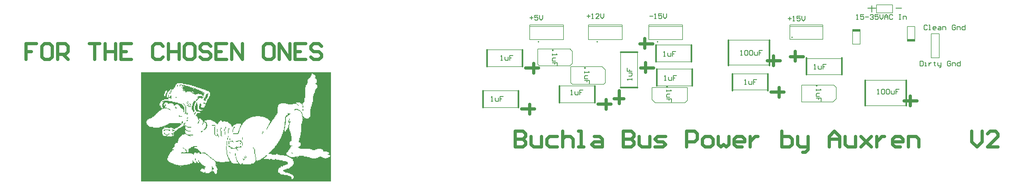
<source format=gto>
G04 Layer_Color=65535*
%FSLAX25Y25*%
%MOIN*%
G70*
G01*
G75*
%ADD29C,0.00984*%
%ADD30C,0.04000*%
%ADD31C,0.01969*%
%ADD32C,0.01000*%
%ADD33C,0.00787*%
%ADD34C,0.00600*%
%ADD35C,0.03937*%
%ADD36R,0.09291X0.02622*%
G36*
X604000Y361200D02*
Y360400D01*
Y359600D01*
Y358800D01*
Y358000D01*
Y357200D01*
Y356400D01*
Y355600D01*
Y354800D01*
Y354000D01*
Y353200D01*
Y352400D01*
Y351600D01*
Y350800D01*
Y350000D01*
Y349200D01*
Y348400D01*
Y347600D01*
Y346800D01*
Y346000D01*
Y345200D01*
Y344400D01*
Y343600D01*
Y342800D01*
Y342000D01*
Y341200D01*
Y340400D01*
Y339600D01*
Y338800D01*
Y338000D01*
Y337200D01*
Y336400D01*
Y335600D01*
Y334800D01*
Y334000D01*
Y333200D01*
Y332400D01*
Y331600D01*
Y330800D01*
Y330000D01*
Y329200D01*
Y328400D01*
Y327600D01*
Y326800D01*
Y326000D01*
Y325200D01*
Y324400D01*
Y323600D01*
Y322800D01*
Y322000D01*
Y321200D01*
Y320400D01*
Y319600D01*
Y318800D01*
Y318000D01*
Y317200D01*
Y316400D01*
Y315600D01*
Y314800D01*
Y314000D01*
Y313200D01*
Y312400D01*
Y311600D01*
Y310800D01*
Y310000D01*
Y309200D01*
Y308400D01*
Y307600D01*
Y306800D01*
Y306000D01*
Y305200D01*
Y304400D01*
Y303600D01*
Y302800D01*
Y302000D01*
Y301200D01*
Y300400D01*
Y299600D01*
Y298800D01*
Y298000D01*
Y297200D01*
Y296400D01*
Y295600D01*
Y294800D01*
Y294000D01*
Y293200D01*
Y292400D01*
Y291600D01*
Y290800D01*
Y290000D01*
Y289200D01*
Y288400D01*
Y287600D01*
Y286800D01*
Y286000D01*
Y285200D01*
Y284400D01*
Y283600D01*
Y282800D01*
Y282000D01*
Y281200D01*
Y280400D01*
Y279600D01*
Y278800D01*
Y278000D01*
Y277200D01*
Y276400D01*
Y275600D01*
Y274800D01*
Y274000D01*
Y273200D01*
Y272400D01*
Y271600D01*
Y270800D01*
Y270000D01*
Y269200D01*
Y268400D01*
Y267600D01*
Y266800D01*
Y266000D01*
Y265200D01*
Y264400D01*
Y263600D01*
Y262800D01*
Y262000D01*
Y261200D01*
Y260400D01*
Y259600D01*
Y258800D01*
Y258000D01*
Y257200D01*
Y256400D01*
Y255600D01*
Y254800D01*
Y254000D01*
Y253200D01*
Y252400D01*
Y251600D01*
Y250800D01*
Y250000D01*
Y249200D01*
Y248400D01*
Y247600D01*
Y246800D01*
Y246000D01*
Y245200D01*
Y244400D01*
Y243600D01*
Y242800D01*
Y242000D01*
Y241200D01*
Y240400D01*
Y239600D01*
Y238800D01*
Y238000D01*
Y237200D01*
Y236400D01*
Y235600D01*
Y234800D01*
Y234000D01*
Y233200D01*
Y232400D01*
Y231600D01*
Y230800D01*
Y230000D01*
Y229200D01*
Y228400D01*
Y227600D01*
Y226800D01*
Y226000D01*
X368000D01*
Y226800D01*
Y227600D01*
Y228400D01*
Y229200D01*
Y230000D01*
Y230800D01*
Y231600D01*
Y232400D01*
Y233200D01*
Y234000D01*
Y234800D01*
Y235600D01*
Y236400D01*
Y237200D01*
Y238000D01*
Y238800D01*
Y239600D01*
Y240400D01*
Y241200D01*
Y242000D01*
Y242800D01*
Y243600D01*
Y244400D01*
Y245200D01*
Y246000D01*
Y246800D01*
Y247600D01*
Y248400D01*
Y249200D01*
Y250000D01*
Y250800D01*
Y251600D01*
Y252400D01*
Y253200D01*
Y254000D01*
Y254800D01*
Y255600D01*
Y256400D01*
Y257200D01*
Y258000D01*
Y258800D01*
Y259600D01*
Y260400D01*
Y261200D01*
Y262000D01*
Y262800D01*
Y263600D01*
Y264400D01*
Y265200D01*
Y266000D01*
Y266800D01*
Y267600D01*
Y268400D01*
Y269200D01*
Y270000D01*
Y270800D01*
Y271600D01*
Y272400D01*
Y273200D01*
Y274000D01*
Y274800D01*
Y275600D01*
Y276400D01*
Y277200D01*
Y278000D01*
Y278800D01*
Y279600D01*
Y280400D01*
Y281200D01*
Y282000D01*
Y282800D01*
Y283600D01*
Y284400D01*
Y285200D01*
Y286000D01*
Y286800D01*
Y287600D01*
Y288400D01*
Y289200D01*
Y290000D01*
Y290800D01*
Y291600D01*
Y292400D01*
Y293200D01*
Y294000D01*
Y294800D01*
Y295600D01*
Y296400D01*
Y297200D01*
Y298000D01*
Y298800D01*
Y299600D01*
Y300400D01*
Y301200D01*
Y302000D01*
Y302800D01*
Y303600D01*
Y304400D01*
Y305200D01*
Y306000D01*
Y306800D01*
Y307600D01*
Y308400D01*
Y309200D01*
Y310000D01*
Y310800D01*
Y311600D01*
Y312400D01*
Y313200D01*
Y314000D01*
Y314800D01*
Y315600D01*
Y316400D01*
Y317200D01*
Y318000D01*
Y318800D01*
Y319600D01*
Y320400D01*
Y321200D01*
Y322000D01*
Y322800D01*
Y323600D01*
Y324400D01*
Y325200D01*
Y326000D01*
Y326800D01*
Y327600D01*
Y328400D01*
Y329200D01*
Y330000D01*
Y330800D01*
Y331600D01*
Y332400D01*
Y333200D01*
Y334000D01*
Y334800D01*
Y335600D01*
Y336400D01*
Y337200D01*
Y338000D01*
Y338800D01*
Y339600D01*
Y340400D01*
Y341200D01*
Y342000D01*
Y342800D01*
Y343600D01*
Y344400D01*
Y345200D01*
Y346000D01*
Y346800D01*
Y347600D01*
Y348400D01*
Y349200D01*
Y350000D01*
Y350800D01*
Y351600D01*
Y352400D01*
Y353200D01*
Y354000D01*
Y354800D01*
Y355600D01*
Y356400D01*
Y357200D01*
Y358000D01*
Y358800D01*
Y359600D01*
Y360400D01*
Y361200D01*
Y362000D01*
X604000D01*
Y361200D01*
D02*
G37*
%LPC*%
G36*
X562400Y256400D02*
X561600D01*
Y255600D01*
X562400D01*
Y256400D01*
D02*
G37*
G36*
X400000Y339600D02*
X399200D01*
Y338800D01*
X398400D01*
Y338000D01*
X397600D01*
Y337200D01*
Y336400D01*
Y335600D01*
X396800D01*
Y334800D01*
Y334000D01*
Y333200D01*
Y332400D01*
X398400D01*
Y333200D01*
Y334000D01*
Y334800D01*
X399200D01*
Y335600D01*
Y336400D01*
X400000D01*
Y337200D01*
Y338000D01*
X400800D01*
Y338800D01*
X400000D01*
Y339600D01*
D02*
G37*
G36*
X581600Y360400D02*
X580000D01*
Y359600D01*
Y358800D01*
Y358000D01*
X579200D01*
Y357200D01*
Y356400D01*
X578400D01*
Y355600D01*
X577600D01*
Y354800D01*
X576800D01*
Y354000D01*
X576000D01*
Y353200D01*
X575200D01*
Y352400D01*
Y351600D01*
Y350800D01*
Y350000D01*
Y349200D01*
Y348400D01*
X574400D01*
Y347600D01*
Y346800D01*
X573600D01*
Y346000D01*
X572800D01*
Y345200D01*
Y344400D01*
Y343600D01*
X572000D01*
Y342800D01*
Y342000D01*
Y341200D01*
Y340400D01*
Y339600D01*
Y338800D01*
Y338000D01*
Y337200D01*
Y336400D01*
Y335600D01*
Y334800D01*
Y334000D01*
Y333200D01*
Y332400D01*
Y331600D01*
Y330800D01*
Y330000D01*
X571200D01*
Y329200D01*
Y328400D01*
Y327600D01*
Y326800D01*
Y326000D01*
Y325200D01*
X570400D01*
Y324400D01*
X569600D01*
Y323600D01*
X568800D01*
Y322800D01*
Y322000D01*
Y321200D01*
X568000D01*
Y322000D01*
Y322800D01*
X567200D01*
Y323600D01*
X565600D01*
Y324400D01*
X560800D01*
Y323600D01*
X561600D01*
Y322800D01*
X562400D01*
Y322000D01*
X563200D01*
Y321200D01*
X564000D01*
Y320400D01*
X563200D01*
Y321200D01*
X562400D01*
Y322000D01*
X561600D01*
Y322800D01*
X556800D01*
Y322000D01*
X550400D01*
Y322800D01*
X548000D01*
Y323600D01*
X541600D01*
Y322800D01*
X540000D01*
Y322000D01*
X539200D01*
Y321200D01*
X538400D01*
Y320400D01*
Y319600D01*
Y318800D01*
X537600D01*
Y318000D01*
Y317200D01*
Y316400D01*
Y315600D01*
Y314800D01*
Y314000D01*
Y313200D01*
Y312400D01*
Y311600D01*
Y310800D01*
X536800D01*
Y310000D01*
Y309200D01*
X536000D01*
Y308400D01*
X535200D01*
Y307600D01*
Y306800D01*
X534400D01*
Y306000D01*
X533600D01*
Y305200D01*
Y304400D01*
X532800D01*
Y303600D01*
X532000D01*
Y302800D01*
X531200D01*
Y302000D01*
Y301200D01*
X530400D01*
Y300400D01*
X529600D01*
Y299600D01*
Y298800D01*
X528800D01*
Y298000D01*
X528000D01*
Y297200D01*
Y296400D01*
X527200D01*
Y295600D01*
X526400D01*
Y296400D01*
Y297200D01*
X527200D01*
Y298000D01*
Y298800D01*
X528000D01*
Y299600D01*
Y300400D01*
X528800D01*
Y301200D01*
X528000D01*
Y302000D01*
X527200D01*
Y302800D01*
X526400D01*
Y303600D01*
X525600D01*
Y304400D01*
X524000D01*
Y305200D01*
X522400D01*
Y306000D01*
X520000D01*
Y306800D01*
X516000D01*
Y307600D01*
X510400D01*
Y306800D01*
X506400D01*
Y306000D01*
X504000D01*
Y305200D01*
X502400D01*
Y304400D01*
X500800D01*
Y303600D01*
X499200D01*
Y302800D01*
X498400D01*
Y302000D01*
X497600D01*
Y301200D01*
X496800D01*
Y300400D01*
X496000D01*
Y299600D01*
X495200D01*
Y298800D01*
X494400D01*
Y298000D01*
Y297200D01*
X493600D01*
Y296400D01*
X492800D01*
Y295600D01*
Y294800D01*
X492000D01*
Y294000D01*
Y293200D01*
X491200D01*
Y294000D01*
Y294800D01*
Y295600D01*
X492000D01*
Y296400D01*
Y297200D01*
Y298000D01*
X486400D01*
Y297200D01*
X484800D01*
Y296400D01*
X483200D01*
Y295600D01*
X482400D01*
Y294800D01*
X481600D01*
Y294000D01*
X480800D01*
Y294800D01*
Y295600D01*
X480000D01*
Y296400D01*
Y297200D01*
X479200D01*
Y298000D01*
X477600D01*
Y298800D01*
X476800D01*
Y299600D01*
X476000D01*
Y300400D01*
X472800D01*
Y301200D01*
X470400D01*
Y300400D01*
X468800D01*
Y301200D01*
X468000D01*
Y302000D01*
X466400D01*
Y301200D01*
X465600D01*
Y300400D01*
X464800D01*
Y299600D01*
X464000D01*
Y298800D01*
Y298000D01*
X463200D01*
Y297200D01*
X462400D01*
Y298000D01*
X461600D01*
Y298800D01*
X460800D01*
Y299600D01*
X460000D01*
Y300400D01*
X458400D01*
Y301200D01*
X456800D01*
Y302000D01*
X455200D01*
Y302800D01*
X449600D01*
Y302000D01*
X447200D01*
Y301200D01*
Y300400D01*
X448800D01*
Y299600D01*
X449600D01*
Y298800D01*
Y298000D01*
Y297200D01*
X450400D01*
Y296400D01*
Y295600D01*
Y294800D01*
X449600D01*
Y294000D01*
Y293200D01*
Y292400D01*
X448800D01*
Y291600D01*
X448000D01*
Y290800D01*
X447200D01*
Y290000D01*
X445600D01*
Y290800D01*
X446400D01*
Y291600D01*
X447200D01*
Y292400D01*
X448000D01*
Y293200D01*
Y294000D01*
X448800D01*
Y294800D01*
Y295600D01*
Y296400D01*
Y297200D01*
Y298000D01*
Y298800D01*
X448000D01*
Y299600D01*
X447200D01*
Y300400D01*
X446400D01*
Y299600D01*
X445600D01*
Y300400D01*
X444800D01*
Y301200D01*
Y302000D01*
X444000D01*
Y302800D01*
X443200D01*
Y303600D01*
X442400D01*
Y304400D01*
X440000D01*
Y303600D01*
Y302800D01*
X440800D01*
Y302000D01*
Y301200D01*
X440000D01*
Y302000D01*
Y302800D01*
X439200D01*
Y303600D01*
Y304400D01*
X438400D01*
Y305200D01*
Y306000D01*
X437600D01*
Y306800D01*
Y307600D01*
X436000D01*
Y308400D01*
X436800D01*
Y309200D01*
Y310000D01*
X437600D01*
Y310800D01*
Y311600D01*
X441600D01*
Y312400D01*
X440800D01*
Y313200D01*
X436800D01*
Y314000D01*
X436000D01*
Y314800D01*
Y315600D01*
X435200D01*
Y316400D01*
Y317200D01*
Y318000D01*
Y318800D01*
Y319600D01*
Y320400D01*
X436000D01*
Y321200D01*
Y322000D01*
Y322800D01*
X436800D01*
Y323600D01*
Y324400D01*
X437600D01*
Y323600D01*
Y322800D01*
Y322000D01*
X438400D01*
Y321200D01*
Y320400D01*
Y319600D01*
Y318800D01*
Y318000D01*
Y317200D01*
Y316400D01*
Y315600D01*
X439200D01*
Y314800D01*
X440000D01*
Y314000D01*
X443200D01*
Y314800D01*
X444800D01*
Y315600D01*
X441600D01*
Y316400D01*
X440000D01*
Y317200D01*
Y318000D01*
Y318800D01*
Y319600D01*
Y320400D01*
X440800D01*
Y321200D01*
Y322000D01*
Y322800D01*
X441600D01*
Y323600D01*
X442400D01*
Y322800D01*
Y322000D01*
X443200D01*
Y321200D01*
Y320400D01*
X442400D01*
Y319600D01*
Y318800D01*
X443200D01*
Y318000D01*
X446400D01*
Y318800D01*
X447200D01*
Y319600D01*
Y320400D01*
X448000D01*
Y321200D01*
Y322000D01*
Y322800D01*
X445600D01*
Y323600D01*
Y324400D01*
X447200D01*
Y323600D01*
X448800D01*
Y324400D01*
X449600D01*
Y325200D01*
Y326000D01*
Y326800D01*
X450400D01*
Y327600D01*
Y328400D01*
X451200D01*
Y329200D01*
X452000D01*
Y330000D01*
Y330800D01*
X452800D01*
Y331600D01*
Y332400D01*
X453600D01*
Y333200D01*
Y334000D01*
Y334800D01*
Y335600D01*
Y336400D01*
Y337200D01*
X452800D01*
Y338000D01*
X452000D01*
Y338800D01*
X449600D01*
Y339600D01*
X448000D01*
Y340400D01*
X445600D01*
Y341200D01*
X443200D01*
Y342000D01*
X440800D01*
Y342800D01*
X438400D01*
Y343600D01*
X436000D01*
Y344400D01*
X433600D01*
Y345200D01*
X431200D01*
Y346000D01*
X428000D01*
Y346800D01*
X424000D01*
Y347600D01*
X420000D01*
Y348400D01*
X412800D01*
Y347600D01*
X412000D01*
Y346800D01*
X411200D01*
Y346000D01*
Y345200D01*
X410400D01*
Y344400D01*
Y343600D01*
X409600D01*
Y342800D01*
X408800D01*
Y342000D01*
Y341200D01*
X407200D01*
Y340400D01*
X406400D01*
Y339600D01*
X405600D01*
Y340400D01*
Y341200D01*
X404800D01*
Y340400D01*
X404000D01*
Y339600D01*
X403200D01*
Y338800D01*
X402400D01*
Y338000D01*
X401600D01*
Y337200D01*
X400800D01*
Y336400D01*
Y335600D01*
Y334800D01*
X400000D01*
Y334000D01*
Y333200D01*
Y332400D01*
Y331600D01*
Y330800D01*
X401600D01*
Y331600D01*
Y332400D01*
Y333200D01*
Y334000D01*
X402400D01*
Y333200D01*
Y332400D01*
Y331600D01*
Y330800D01*
X403200D01*
Y331600D01*
X404000D01*
Y332400D01*
X404800D01*
Y333200D01*
X405600D01*
Y332400D01*
Y331600D01*
Y330800D01*
Y330000D01*
Y329200D01*
X404800D01*
Y330000D01*
X401600D01*
Y329200D01*
X402400D01*
Y328400D01*
X396800D01*
Y327600D01*
X394400D01*
Y326800D01*
X393600D01*
Y326000D01*
X392800D01*
Y325200D01*
X392000D01*
Y324400D01*
Y323600D01*
X391200D01*
Y322800D01*
Y322000D01*
Y321200D01*
Y320400D01*
X392800D01*
Y319600D01*
X392000D01*
Y318800D01*
X392800D01*
Y318000D01*
X393600D01*
Y317200D01*
X395200D01*
Y318000D01*
Y318800D01*
X394400D01*
Y319600D01*
Y320400D01*
Y321200D01*
Y322000D01*
Y322800D01*
X395200D01*
Y323600D01*
Y324400D01*
X396000D01*
Y325200D01*
X394400D01*
Y326000D01*
X396800D01*
Y326800D01*
X402400D01*
Y326000D01*
X407200D01*
Y325200D01*
X410400D01*
Y324400D01*
X413600D01*
Y323600D01*
X416000D01*
Y322800D01*
X418400D01*
Y322000D01*
X419200D01*
Y321200D01*
X420000D01*
Y320400D01*
X420800D01*
Y319600D01*
Y318800D01*
X421600D01*
Y318000D01*
Y317200D01*
Y316400D01*
Y315600D01*
Y314800D01*
Y314000D01*
Y313200D01*
Y312400D01*
X420800D01*
Y313200D01*
Y314000D01*
Y314800D01*
Y315600D01*
X420000D01*
Y316400D01*
X419200D01*
Y317200D01*
X417600D01*
Y318000D01*
X416800D01*
Y318800D01*
Y319600D01*
X416000D01*
Y320400D01*
X415200D01*
Y321200D01*
X414400D01*
Y322000D01*
X411200D01*
Y321200D01*
X409600D01*
Y320400D01*
X408800D01*
Y321200D01*
Y322000D01*
X408000D01*
Y322800D01*
X407200D01*
Y323600D01*
X403200D01*
Y322800D01*
X401600D01*
Y323600D01*
X400800D01*
Y324400D01*
X397600D01*
Y323600D01*
X396800D01*
Y322800D01*
Y322000D01*
X396000D01*
Y321200D01*
X396800D01*
Y320400D01*
X397600D01*
Y321200D01*
Y322000D01*
Y322800D01*
X398400D01*
Y322000D01*
Y321200D01*
X399200D01*
Y320400D01*
X398400D01*
Y319600D01*
X397600D01*
Y318800D01*
Y318000D01*
X400000D01*
Y317200D01*
X396000D01*
Y316400D01*
X393600D01*
Y315600D01*
X392800D01*
Y314800D01*
X392000D01*
Y314000D01*
X390400D01*
Y313200D01*
X389600D01*
Y312400D01*
X388800D01*
Y311600D01*
X388000D01*
Y310800D01*
X387200D01*
Y310000D01*
X386400D01*
Y309200D01*
X385600D01*
Y308400D01*
X384800D01*
Y307600D01*
X384000D01*
Y306800D01*
X382400D01*
Y306000D01*
X381600D01*
Y305200D01*
X380000D01*
Y304400D01*
X377600D01*
Y303600D01*
X376000D01*
Y302800D01*
Y302000D01*
X375200D01*
Y301200D01*
Y300400D01*
X374400D01*
Y299600D01*
X375200D01*
Y298800D01*
Y298000D01*
Y297200D01*
X376000D01*
Y296400D01*
X376800D01*
Y295600D01*
X377600D01*
Y294800D01*
X378400D01*
Y294000D01*
X383200D01*
Y293200D01*
X391200D01*
Y294000D01*
X394400D01*
Y294800D01*
X396000D01*
Y295600D01*
X398400D01*
Y296400D01*
X400000D01*
Y297200D01*
X401600D01*
Y298000D01*
X403200D01*
Y298800D01*
X416800D01*
Y298000D01*
X418400D01*
Y297200D01*
X417600D01*
Y296400D01*
X416800D01*
Y295600D01*
X416000D01*
Y294800D01*
X415200D01*
Y294000D01*
X413600D01*
Y293200D01*
X412000D01*
Y292400D01*
X410400D01*
Y291600D01*
X408000D01*
Y292400D01*
X406400D01*
Y293200D01*
X404000D01*
Y292400D01*
X401600D01*
Y293200D01*
X397600D01*
Y294000D01*
X396800D01*
Y293200D01*
X397600D01*
Y292400D01*
X396000D01*
Y291600D01*
X395200D01*
Y290800D01*
X394400D01*
Y290000D01*
Y289200D01*
Y288400D01*
Y287600D01*
Y286800D01*
Y286000D01*
Y285200D01*
X395200D01*
Y284400D01*
Y283600D01*
X396000D01*
Y282800D01*
X400800D01*
Y282000D01*
X402400D01*
Y282800D01*
X403200D01*
Y282000D01*
X406400D01*
Y282800D01*
X408800D01*
Y283600D01*
Y284400D01*
Y285200D01*
Y286000D01*
X408000D01*
Y286800D01*
X408800D01*
Y287600D01*
X409600D01*
Y288400D01*
X410400D01*
Y289200D01*
X412000D01*
Y290000D01*
X412800D01*
Y290800D01*
X413600D01*
Y291600D01*
X414400D01*
Y292400D01*
X416000D01*
Y293200D01*
X417600D01*
Y294000D01*
X419200D01*
Y294800D01*
X420000D01*
Y295600D01*
X420800D01*
Y296400D01*
X421600D01*
Y295600D01*
X422400D01*
Y296400D01*
X421600D01*
Y297200D01*
X420800D01*
Y298000D01*
X421600D01*
Y298800D01*
X422400D01*
Y299600D01*
X423200D01*
Y298800D01*
Y298000D01*
X422400D01*
Y297200D01*
Y296400D01*
X423200D01*
Y295600D01*
X424800D01*
Y294800D01*
X425600D01*
Y294000D01*
X430400D01*
Y293200D01*
X425600D01*
Y294000D01*
X424800D01*
Y294800D01*
X423200D01*
Y294000D01*
Y293200D01*
Y292400D01*
Y291600D01*
X424000D01*
Y290800D01*
Y290000D01*
X425600D01*
Y289200D01*
X429600D01*
Y288400D01*
X425600D01*
Y289200D01*
X424000D01*
Y290000D01*
X423200D01*
Y289200D01*
X422400D01*
Y288400D01*
X423200D01*
Y287600D01*
Y286800D01*
Y286000D01*
X424000D01*
Y285200D01*
X425600D01*
Y284400D01*
X432800D01*
Y283600D01*
X428800D01*
Y282800D01*
X429600D01*
Y282000D01*
X428800D01*
Y282800D01*
X427200D01*
Y283600D01*
X425600D01*
Y284400D01*
X424000D01*
Y285200D01*
X421600D01*
Y284400D01*
X419200D01*
Y283600D01*
X418400D01*
Y282800D01*
X417600D01*
Y282000D01*
X416800D01*
Y281200D01*
X416000D01*
Y280400D01*
X415200D01*
Y279600D01*
Y278800D01*
X414400D01*
Y278000D01*
Y277200D01*
Y276400D01*
X413600D01*
Y275600D01*
Y274800D01*
Y274000D01*
X411200D01*
Y273200D01*
X410400D01*
Y272400D01*
X409600D01*
Y271600D01*
Y270800D01*
Y270000D01*
Y269200D01*
X408800D01*
Y268400D01*
X408000D01*
Y267600D01*
X407200D01*
Y266800D01*
Y266000D01*
X408800D01*
Y265200D01*
X407200D01*
Y264400D01*
X406400D01*
Y263600D01*
X405600D01*
Y262800D01*
X404800D01*
Y262000D01*
X404000D01*
Y261200D01*
Y260400D01*
X403200D01*
Y259600D01*
Y258800D01*
X402400D01*
Y258000D01*
X401600D01*
Y257200D01*
Y256400D01*
Y255600D01*
X400800D01*
Y254800D01*
Y254000D01*
Y253200D01*
Y252400D01*
X401600D01*
Y251600D01*
X402400D01*
Y250800D01*
X403200D01*
Y250000D01*
X404800D01*
Y249200D01*
X407200D01*
Y248400D01*
X408800D01*
Y247600D01*
X411200D01*
Y246800D01*
X414400D01*
Y246000D01*
X420800D01*
Y246800D01*
X425600D01*
Y247600D01*
X428800D01*
Y248400D01*
X431200D01*
Y249200D01*
X432000D01*
Y250000D01*
Y250800D01*
Y251600D01*
Y252400D01*
X432800D01*
Y251600D01*
Y250800D01*
X433600D01*
Y250000D01*
X434400D01*
Y249200D01*
X436800D01*
Y250000D01*
Y250800D01*
X436000D01*
Y251600D01*
X436800D01*
Y250800D01*
X437600D01*
Y250000D01*
X438400D01*
Y249200D01*
X440000D01*
Y250000D01*
Y250800D01*
X439200D01*
Y251600D01*
Y252400D01*
X440000D01*
Y251600D01*
Y250800D01*
X440800D01*
Y250000D01*
X441600D01*
Y249200D01*
X442400D01*
Y248400D01*
X443200D01*
Y247600D01*
X444000D01*
Y246800D01*
X444800D01*
Y246000D01*
X446400D01*
Y245200D01*
X448000D01*
Y244400D01*
Y243600D01*
X447200D01*
Y242800D01*
Y242000D01*
Y241200D01*
X445600D01*
Y242000D01*
X443200D01*
Y241200D01*
X442400D01*
Y240400D01*
X441600D01*
Y239600D01*
Y238800D01*
X443200D01*
Y238000D01*
X444800D01*
Y237200D01*
X447200D01*
Y238000D01*
X448000D01*
Y237200D01*
Y236400D01*
X452800D01*
Y237200D01*
X453600D01*
Y238000D01*
X455200D01*
Y238800D01*
X456000D01*
Y239600D01*
Y240400D01*
Y241200D01*
Y242000D01*
Y242800D01*
Y243600D01*
Y244400D01*
Y245200D01*
X456800D01*
Y244400D01*
Y243600D01*
X457600D01*
Y242800D01*
X458400D01*
Y242000D01*
Y241200D01*
X456800D01*
Y240400D01*
Y239600D01*
Y238800D01*
X458400D01*
Y238000D01*
X459200D01*
Y237200D01*
Y236400D01*
X460000D01*
Y235600D01*
X461600D01*
Y236400D01*
X462400D01*
Y237200D01*
Y238000D01*
Y238800D01*
Y239600D01*
Y240400D01*
X463200D01*
Y241200D01*
Y242000D01*
X462400D01*
Y242800D01*
Y243600D01*
X461600D01*
Y244400D01*
Y245200D01*
X460800D01*
Y246000D01*
Y246800D01*
Y247600D01*
Y248400D01*
Y249200D01*
Y250000D01*
X460000D01*
Y250800D01*
Y251600D01*
X459200D01*
Y252400D01*
X458400D01*
Y253200D01*
X456800D01*
Y254000D01*
X456000D01*
Y254800D01*
X454400D01*
Y255600D01*
X453600D01*
Y256400D01*
X452800D01*
Y257200D01*
X452000D01*
Y258000D01*
X451200D01*
Y258800D01*
X449600D01*
Y259600D01*
X448800D01*
Y260400D01*
X447200D01*
Y261200D01*
X444000D01*
Y262000D01*
X448000D01*
Y261200D01*
X448800D01*
Y260400D01*
X450400D01*
Y259600D01*
X451200D01*
Y258800D01*
X452000D01*
Y258000D01*
X452800D01*
Y257200D01*
X453600D01*
Y256400D01*
X455200D01*
Y255600D01*
X456000D01*
Y254800D01*
X456800D01*
Y254000D01*
X458400D01*
Y253200D01*
X459200D01*
Y252400D01*
X460000D01*
Y251600D01*
X461600D01*
Y250800D01*
X465600D01*
Y250000D01*
X472000D01*
Y250800D01*
X477600D01*
Y251600D01*
Y252400D01*
Y253200D01*
X476800D01*
Y254000D01*
Y254800D01*
X476000D01*
Y255600D01*
Y256400D01*
Y257200D01*
X475200D01*
Y258000D01*
Y258800D01*
Y259600D01*
X474400D01*
Y260400D01*
Y261200D01*
Y262000D01*
Y262800D01*
Y263600D01*
Y264400D01*
Y265200D01*
X473600D01*
Y266000D01*
Y266800D01*
Y267600D01*
Y268400D01*
Y269200D01*
Y270000D01*
X474400D01*
Y269200D01*
Y268400D01*
Y267600D01*
Y266800D01*
Y266000D01*
Y265200D01*
X475200D01*
Y264400D01*
Y263600D01*
Y262800D01*
Y262000D01*
Y261200D01*
Y260400D01*
Y259600D01*
X476000D01*
Y258800D01*
Y258000D01*
Y257200D01*
X476800D01*
Y256400D01*
Y255600D01*
X477600D01*
Y254800D01*
Y254000D01*
X478400D01*
Y253200D01*
Y252400D01*
X479200D01*
Y251600D01*
X480000D01*
Y250800D01*
Y250000D01*
X480800D01*
Y249200D01*
X482400D01*
Y248400D01*
X488800D01*
Y249200D01*
Y250000D01*
X487200D01*
Y250800D01*
Y251600D01*
Y252400D01*
X486400D01*
Y253200D01*
Y254000D01*
Y254800D01*
X485600D01*
Y255600D01*
Y256400D01*
Y257200D01*
X486400D01*
Y256400D01*
Y255600D01*
Y254800D01*
X487200D01*
Y254000D01*
Y253200D01*
Y252400D01*
X488000D01*
Y251600D01*
Y250800D01*
X488800D01*
Y250000D01*
X489600D01*
Y249200D01*
Y248400D01*
X491200D01*
Y247600D01*
X492800D01*
Y248400D01*
X493600D01*
Y249200D01*
X494400D01*
Y248400D01*
Y247600D01*
X504800D01*
Y248400D01*
X508000D01*
Y249200D01*
X508800D01*
Y250000D01*
X509600D01*
Y250800D01*
Y251600D01*
X510400D01*
Y252400D01*
Y253200D01*
Y254000D01*
Y254800D01*
Y255600D01*
Y256400D01*
X509600D01*
Y257200D01*
Y258000D01*
Y258800D01*
Y259600D01*
Y260400D01*
X508800D01*
Y261200D01*
Y262000D01*
Y262800D01*
Y263600D01*
Y264400D01*
Y265200D01*
Y266000D01*
X508000D01*
Y266800D01*
Y267600D01*
X507200D01*
Y268400D01*
X508000D01*
Y267600D01*
X508800D01*
Y266800D01*
Y266000D01*
X509600D01*
Y265200D01*
Y264400D01*
Y263600D01*
Y262800D01*
Y262000D01*
Y261200D01*
Y260400D01*
X510400D01*
Y259600D01*
Y258800D01*
Y258000D01*
Y257200D01*
Y256400D01*
X511200D01*
Y255600D01*
Y254800D01*
Y254000D01*
Y253200D01*
Y252400D01*
X512000D01*
Y251600D01*
X512800D01*
Y252400D01*
X515200D01*
Y253200D01*
X516800D01*
Y254000D01*
X517600D01*
Y254800D01*
X519200D01*
Y255600D01*
X520000D01*
Y256400D01*
X521600D01*
Y257200D01*
X522400D01*
Y258000D01*
X523200D01*
Y258800D01*
X524800D01*
Y258000D01*
X524000D01*
Y257200D01*
X523200D01*
Y256400D01*
X522400D01*
Y255600D01*
X520800D01*
Y254800D01*
Y254000D01*
X527200D01*
Y253200D01*
X528000D01*
Y254000D01*
X531200D01*
Y253200D01*
X534400D01*
Y254000D01*
X536000D01*
Y253200D01*
X540000D01*
Y252400D01*
X544000D01*
Y251600D01*
X548000D01*
Y250800D01*
X549600D01*
Y250000D01*
X550400D01*
Y249200D01*
Y248400D01*
Y247600D01*
X548800D01*
Y246800D01*
X547200D01*
Y246000D01*
X544800D01*
Y245200D01*
X544000D01*
Y244400D01*
X543200D01*
Y245200D01*
X541600D01*
Y244400D01*
Y243600D01*
X540000D01*
Y242800D01*
X539200D01*
Y242000D01*
Y241200D01*
X538400D01*
Y240400D01*
Y239600D01*
Y238800D01*
Y238000D01*
Y237200D01*
X540000D01*
Y236400D01*
X540800D01*
Y235600D01*
X541600D01*
Y234800D01*
X545600D01*
Y234000D01*
X550400D01*
Y233200D01*
X552800D01*
Y232400D01*
X554400D01*
Y231600D01*
X555200D01*
Y230800D01*
Y230000D01*
Y229200D01*
X556800D01*
Y230000D01*
X557600D01*
Y230800D01*
Y231600D01*
Y232400D01*
Y233200D01*
X556800D01*
Y234000D01*
X556000D01*
Y234800D01*
X554400D01*
Y235600D01*
X552800D01*
Y236400D01*
X550400D01*
Y237200D01*
X547200D01*
Y238000D01*
X545600D01*
Y238800D01*
X544800D01*
Y239600D01*
Y240400D01*
X546400D01*
Y241200D01*
X548800D01*
Y242000D01*
X552000D01*
Y242800D01*
X552800D01*
Y243600D01*
X553600D01*
Y244400D01*
X555200D01*
Y245200D01*
X556000D01*
Y246000D01*
X556800D01*
Y246800D01*
Y247600D01*
X557600D01*
Y248400D01*
Y249200D01*
Y250000D01*
Y250800D01*
Y251600D01*
X556800D01*
Y252400D01*
Y253200D01*
Y254000D01*
X555200D01*
Y254800D01*
X554400D01*
Y255600D01*
X552800D01*
Y256400D01*
X551200D01*
Y257200D01*
X549600D01*
Y258000D01*
X545600D01*
Y258800D01*
X540000D01*
Y259600D01*
X537600D01*
Y260400D01*
X536000D01*
Y259600D01*
X530400D01*
Y260400D01*
X526400D01*
Y261200D01*
X527200D01*
Y262000D01*
X528000D01*
Y262800D01*
X528800D01*
Y263600D01*
X529600D01*
Y264400D01*
X530400D01*
Y265200D01*
X531200D01*
Y266000D01*
X532000D01*
Y266800D01*
X532800D01*
Y267600D01*
X533600D01*
Y268400D01*
X534400D01*
Y269200D01*
Y270000D01*
X535200D01*
Y270800D01*
X536000D01*
Y271600D01*
X536800D01*
Y272400D01*
Y273200D01*
X537600D01*
Y274000D01*
X538400D01*
Y274800D01*
Y275600D01*
X539200D01*
Y276400D01*
X540000D01*
Y277200D01*
Y278000D01*
X540800D01*
Y278800D01*
Y279600D01*
X541600D01*
Y280400D01*
Y281200D01*
X542400D01*
Y282000D01*
Y282800D01*
X543200D01*
Y283600D01*
Y284400D01*
Y285200D01*
X544000D01*
Y286000D01*
Y286800D01*
Y287600D01*
X544800D01*
Y288400D01*
Y289200D01*
Y290000D01*
X545600D01*
Y290800D01*
Y291600D01*
Y292400D01*
Y293200D01*
Y294000D01*
X546400D01*
Y294800D01*
Y295600D01*
Y296400D01*
Y297200D01*
Y298000D01*
Y298800D01*
Y299600D01*
Y300400D01*
X547200D01*
Y301200D01*
Y302000D01*
Y302800D01*
Y303600D01*
Y304400D01*
Y305200D01*
Y306000D01*
Y306800D01*
X548000D01*
Y307600D01*
Y308400D01*
X549600D01*
Y309200D01*
X550400D01*
Y310000D01*
Y310800D01*
Y311600D01*
X551200D01*
Y310800D01*
X553600D01*
Y310000D01*
X552800D01*
Y309200D01*
X552000D01*
Y308400D01*
X550400D01*
Y307600D01*
X549600D01*
Y306800D01*
X548800D01*
Y306000D01*
X548000D01*
Y305200D01*
Y304400D01*
Y303600D01*
Y302800D01*
Y302000D01*
Y301200D01*
Y300400D01*
Y299600D01*
Y298800D01*
X547200D01*
Y298000D01*
X548000D01*
Y297200D01*
X547200D01*
Y296400D01*
Y295600D01*
Y294800D01*
Y294000D01*
Y293200D01*
Y292400D01*
X546400D01*
Y291600D01*
Y290800D01*
Y290000D01*
Y289200D01*
Y288400D01*
X548000D01*
Y289200D01*
Y290000D01*
X548800D01*
Y290800D01*
X549600D01*
Y291600D01*
Y292400D01*
X550400D01*
Y293200D01*
X551200D01*
Y294000D01*
Y294800D01*
Y295600D01*
Y296400D01*
X552000D01*
Y295600D01*
Y294800D01*
Y294000D01*
Y293200D01*
Y292400D01*
Y291600D01*
Y290800D01*
X552800D01*
Y290000D01*
Y289200D01*
Y288400D01*
X553600D01*
Y287600D01*
Y286800D01*
Y286000D01*
X554400D01*
Y285200D01*
Y284400D01*
Y283600D01*
Y282800D01*
X555200D01*
Y282000D01*
Y281200D01*
Y280400D01*
Y279600D01*
Y278800D01*
Y278000D01*
Y277200D01*
Y276400D01*
X553600D01*
Y275600D01*
X552800D01*
Y274800D01*
Y274000D01*
Y273200D01*
Y272400D01*
Y271600D01*
X553600D01*
Y270800D01*
X556000D01*
Y270000D01*
X554400D01*
Y269200D01*
X553600D01*
Y268400D01*
Y267600D01*
X552800D01*
Y266800D01*
Y266000D01*
X552000D01*
Y265200D01*
X551200D01*
Y264400D01*
Y263600D01*
X550400D01*
Y262800D01*
X549600D01*
Y262000D01*
X548800D01*
Y261200D01*
Y260400D01*
Y259600D01*
X549600D01*
Y258800D01*
X550400D01*
Y258000D01*
X552000D01*
Y257200D01*
X553600D01*
Y256400D01*
X559200D01*
Y257200D01*
X564000D01*
Y258000D01*
X570400D01*
Y257200D01*
X574400D01*
Y256400D01*
X577600D01*
Y255600D01*
X580000D01*
Y254800D01*
X585600D01*
Y255600D01*
X588000D01*
Y256400D01*
X589600D01*
Y257200D01*
X592000D01*
Y256400D01*
X593600D01*
Y255600D01*
X596000D01*
Y254800D01*
X598400D01*
Y255600D01*
X600800D01*
Y256400D01*
X602400D01*
Y257200D01*
X603200D01*
Y258000D01*
Y258800D01*
X601600D01*
Y259600D01*
X600000D01*
Y260400D01*
X601600D01*
Y261200D01*
Y262000D01*
X600800D01*
Y262800D01*
X599200D01*
Y263600D01*
X594400D01*
Y264400D01*
Y265200D01*
X593600D01*
Y266000D01*
X592000D01*
Y266800D01*
X587200D01*
Y266000D01*
X584800D01*
Y265200D01*
X580800D01*
Y266000D01*
X578400D01*
Y266800D01*
X565600D01*
Y267600D01*
X564000D01*
Y268400D01*
X563200D01*
Y269200D01*
X564800D01*
Y270000D01*
X565600D01*
Y270800D01*
X566400D01*
Y271600D01*
Y272400D01*
Y273200D01*
Y274000D01*
X565600D01*
Y274800D01*
X564000D01*
Y275600D01*
Y276400D01*
Y277200D01*
X564800D01*
Y278000D01*
Y278800D01*
Y279600D01*
Y280400D01*
X565600D01*
Y281200D01*
Y282000D01*
Y282800D01*
Y283600D01*
X566400D01*
Y284400D01*
Y285200D01*
Y286000D01*
Y286800D01*
Y287600D01*
X567200D01*
Y288400D01*
Y289200D01*
Y290000D01*
Y290800D01*
Y291600D01*
Y292400D01*
Y293200D01*
Y294000D01*
Y294800D01*
Y295600D01*
Y296400D01*
Y297200D01*
Y298000D01*
X568000D01*
Y298800D01*
Y299600D01*
Y300400D01*
Y301200D01*
X568800D01*
Y302000D01*
Y302800D01*
Y303600D01*
Y304400D01*
Y305200D01*
Y306000D01*
Y306800D01*
X568000D01*
Y307600D01*
Y308400D01*
Y309200D01*
Y310000D01*
Y310800D01*
X567200D01*
Y311600D01*
Y312400D01*
X566400D01*
Y313200D01*
X565600D01*
Y314000D01*
X564000D01*
Y314800D01*
X562400D01*
Y315600D01*
X560000D01*
Y314800D01*
X558400D01*
Y315600D01*
X559200D01*
Y316400D01*
X563200D01*
Y315600D01*
X564800D01*
Y314800D01*
X565600D01*
Y314000D01*
X566400D01*
Y313200D01*
X567200D01*
Y312400D01*
X568000D01*
Y311600D01*
Y310800D01*
X568800D01*
Y310000D01*
Y309200D01*
Y308400D01*
Y307600D01*
X569600D01*
Y306800D01*
X570400D01*
Y306000D01*
X571200D01*
Y305200D01*
X572800D01*
Y304400D01*
X576000D01*
Y305200D01*
X576800D01*
Y306000D01*
X577600D01*
Y306800D01*
X578400D01*
Y307600D01*
Y308400D01*
Y309200D01*
Y310000D01*
Y310800D01*
Y311600D01*
Y312400D01*
Y313200D01*
Y314000D01*
Y314800D01*
Y315600D01*
Y316400D01*
X579200D01*
Y317200D01*
Y318000D01*
Y318800D01*
Y319600D01*
X580000D01*
Y320400D01*
Y321200D01*
Y322000D01*
X580800D01*
Y322800D01*
Y323600D01*
Y324400D01*
Y325200D01*
X581600D01*
Y326000D01*
Y326800D01*
Y327600D01*
Y328400D01*
Y329200D01*
Y330000D01*
Y330800D01*
Y331600D01*
Y332400D01*
X582400D01*
Y333200D01*
Y334000D01*
Y334800D01*
X583200D01*
Y335600D01*
Y336400D01*
X584000D01*
Y337200D01*
Y338000D01*
Y338800D01*
Y339600D01*
X584800D01*
Y340400D01*
Y341200D01*
X585600D01*
Y342000D01*
X586400D01*
Y342800D01*
X587200D01*
Y343600D01*
Y344400D01*
Y345200D01*
Y346000D01*
X586400D01*
Y346800D01*
X585600D01*
Y347600D01*
X584800D01*
Y348400D01*
X585600D01*
Y349200D01*
X586400D01*
Y350000D01*
Y350800D01*
Y351600D01*
Y352400D01*
Y353200D01*
X585600D01*
Y354000D01*
X584800D01*
Y354800D01*
X584000D01*
Y355600D01*
X584800D01*
Y356400D01*
Y357200D01*
Y358000D01*
X584000D01*
Y358800D01*
X583200D01*
Y359600D01*
X581600D01*
Y360400D01*
D02*
G37*
G36*
X570400Y305200D02*
X569600D01*
Y304400D01*
X570400D01*
Y305200D01*
D02*
G37*
G36*
X462400Y247600D02*
X461600D01*
Y246800D01*
X462400D01*
Y247600D01*
D02*
G37*
G36*
X417600Y245200D02*
X416800D01*
Y244400D01*
X417600D01*
Y245200D01*
D02*
G37*
%LPD*%
G36*
X403200Y285200D02*
Y284400D01*
X401600D01*
Y285200D01*
X402400D01*
Y286000D01*
X403200D01*
Y285200D01*
D02*
G37*
G36*
X408000D02*
Y284400D01*
Y283600D01*
X407200D01*
Y284400D01*
Y285200D01*
X405600D01*
Y286000D01*
X408000D01*
Y285200D01*
D02*
G37*
G36*
X463200D02*
Y284400D01*
X464000D01*
Y283600D01*
Y282800D01*
X464800D01*
Y282000D01*
Y281200D01*
X464000D01*
Y282000D01*
Y282800D01*
X463200D01*
Y283600D01*
X462400D01*
Y284400D01*
Y285200D01*
Y286000D01*
X463200D01*
Y285200D01*
D02*
G37*
G36*
X472800Y287600D02*
Y286800D01*
Y286000D01*
Y285200D01*
Y284400D01*
X472000D01*
Y285200D01*
Y286000D01*
Y286800D01*
Y287600D01*
Y288400D01*
X472800D01*
Y287600D01*
D02*
G37*
G36*
X460000Y293200D02*
Y292400D01*
Y291600D01*
Y290800D01*
Y290000D01*
Y289200D01*
Y288400D01*
Y287600D01*
Y286800D01*
Y286000D01*
Y285200D01*
Y284400D01*
X460800D01*
Y283600D01*
X462400D01*
Y282800D01*
X460800D01*
Y283600D01*
X460000D01*
Y284400D01*
X459200D01*
Y285200D01*
Y286000D01*
Y286800D01*
Y287600D01*
Y288400D01*
Y289200D01*
Y290000D01*
Y290800D01*
Y291600D01*
Y292400D01*
Y293200D01*
Y294000D01*
X460000D01*
Y293200D01*
D02*
G37*
G36*
X467200Y290800D02*
Y290000D01*
Y289200D01*
X468000D01*
Y288400D01*
Y287600D01*
Y286800D01*
Y286000D01*
Y285200D01*
Y284400D01*
Y283600D01*
Y282800D01*
X468800D01*
Y282000D01*
X468000D01*
Y282800D01*
X467200D01*
Y283600D01*
Y284400D01*
Y285200D01*
Y286000D01*
Y286800D01*
Y287600D01*
Y288400D01*
Y289200D01*
X466400D01*
Y290000D01*
Y290800D01*
Y291600D01*
X467200D01*
Y290800D01*
D02*
G37*
G36*
X397600Y286000D02*
Y285200D01*
X399200D01*
Y284400D01*
X401600D01*
Y283600D01*
X399200D01*
Y284400D01*
X397600D01*
Y285200D01*
X396800D01*
Y286000D01*
Y286800D01*
X397600D01*
Y286000D01*
D02*
G37*
G36*
X476800Y282000D02*
Y281200D01*
X476000D01*
Y282000D01*
Y282800D01*
X476800D01*
Y282000D01*
D02*
G37*
G36*
X490400Y290800D02*
Y290000D01*
Y289200D01*
Y288400D01*
X489600D01*
Y287600D01*
Y286800D01*
Y286000D01*
X488800D01*
Y285200D01*
X482400D01*
Y286000D01*
X488000D01*
Y286800D01*
X488800D01*
Y287600D01*
Y288400D01*
Y289200D01*
X489600D01*
Y290000D01*
Y290800D01*
Y291600D01*
X490400D01*
Y290800D01*
D02*
G37*
G36*
X407200D02*
X408000D01*
Y290000D01*
X409600D01*
Y289200D01*
X408000D01*
Y288400D01*
X407200D01*
Y289200D01*
Y290000D01*
Y290800D01*
X406400D01*
Y291600D01*
X407200D01*
Y290800D01*
D02*
G37*
G36*
X482400Y290000D02*
Y289200D01*
Y288400D01*
Y287600D01*
X481600D01*
Y288400D01*
Y289200D01*
Y290000D01*
Y290800D01*
X482400D01*
Y290000D01*
D02*
G37*
G36*
X472000D02*
Y289200D01*
X471200D01*
Y290000D01*
Y290800D01*
X472000D01*
Y290000D01*
D02*
G37*
G36*
X404000D02*
Y289200D01*
X402400D01*
Y290000D01*
X397600D01*
Y289200D01*
X396000D01*
Y290000D01*
X396800D01*
Y290800D01*
X404000D01*
Y290000D01*
D02*
G37*
G36*
X463200Y290800D02*
Y290000D01*
Y289200D01*
Y288400D01*
Y287600D01*
X462400D01*
Y288400D01*
Y289200D01*
Y290000D01*
Y290800D01*
Y291600D01*
X463200D01*
Y290800D01*
D02*
G37*
G36*
X476800Y290000D02*
Y289200D01*
Y288400D01*
Y287600D01*
Y286800D01*
Y286000D01*
X476000D01*
Y286800D01*
Y287600D01*
Y288400D01*
Y289200D01*
Y290000D01*
Y290800D01*
X476800D01*
Y290000D01*
D02*
G37*
G36*
X519200Y286000D02*
Y285200D01*
X518400D01*
Y286000D01*
Y286800D01*
X519200D01*
Y286000D01*
D02*
G37*
G36*
X444800Y288400D02*
X444000D01*
Y287600D01*
X442400D01*
Y288400D01*
X443200D01*
Y289200D01*
X444800D01*
Y288400D01*
D02*
G37*
G36*
X520000Y287600D02*
Y286800D01*
X519200D01*
Y287600D01*
Y288400D01*
X520000D01*
Y287600D01*
D02*
G37*
G36*
X494400Y280400D02*
Y279600D01*
Y278800D01*
Y278000D01*
X493600D01*
Y278800D01*
Y279600D01*
Y280400D01*
Y281200D01*
X494400D01*
Y280400D01*
D02*
G37*
G36*
X478400Y262000D02*
X479200D01*
Y261200D01*
X478400D01*
Y262000D01*
X477600D01*
Y262800D01*
X478400D01*
Y262000D01*
D02*
G37*
G36*
X556000Y261200D02*
X556800D01*
Y260400D01*
X556000D01*
Y261200D01*
X555200D01*
Y262000D01*
X556000D01*
Y261200D01*
D02*
G37*
G36*
X420800Y267600D02*
X421600D01*
Y266800D01*
X420800D01*
Y267600D01*
X420000D01*
Y268400D01*
X420800D01*
Y267600D01*
D02*
G37*
G36*
X437600Y269200D02*
X434400D01*
Y268400D01*
Y267600D01*
X436800D01*
Y266800D01*
X438400D01*
Y266000D01*
X439200D01*
Y265200D01*
X440000D01*
Y264400D01*
X440800D01*
Y263600D01*
X441600D01*
Y262800D01*
X442400D01*
Y262000D01*
X443200D01*
Y261200D01*
Y260400D01*
X440800D01*
Y261200D01*
Y262000D01*
X438400D01*
Y261200D01*
X436800D01*
Y262000D01*
X434400D01*
Y261200D01*
X433600D01*
Y260400D01*
Y259600D01*
X432800D01*
Y260400D01*
X431200D01*
Y261200D01*
X417600D01*
Y262000D01*
X419200D01*
Y262800D01*
X420000D01*
Y262000D01*
X423200D01*
Y262800D01*
X424000D01*
Y263600D01*
Y264400D01*
X423200D01*
Y265200D01*
Y266000D01*
X422400D01*
Y266800D01*
X423200D01*
Y266000D01*
X424000D01*
Y265200D01*
X424800D01*
Y264400D01*
Y263600D01*
Y262800D01*
X425600D01*
Y262000D01*
X426400D01*
Y262800D01*
X427200D01*
Y263600D01*
Y264400D01*
Y265200D01*
Y266000D01*
Y266800D01*
X428000D01*
Y267600D01*
X429600D01*
Y268400D01*
X430400D01*
Y269200D01*
X432800D01*
Y270000D01*
X437600D01*
Y269200D01*
D02*
G37*
G36*
X485600Y260400D02*
Y259600D01*
Y258800D01*
Y258000D01*
X484800D01*
Y258800D01*
Y259600D01*
Y260400D01*
Y261200D01*
X485600D01*
Y260400D01*
D02*
G37*
G36*
X495200Y254000D02*
X496800D01*
Y253200D01*
X496000D01*
Y252400D01*
X495200D01*
Y253200D01*
Y254000D01*
X494400D01*
Y254800D01*
X495200D01*
Y254000D01*
D02*
G37*
G36*
X436000D02*
Y253200D01*
Y252400D01*
X435200D01*
Y253200D01*
Y254000D01*
Y254800D01*
X436000D01*
Y254000D01*
D02*
G37*
G36*
X498400Y257200D02*
X499200D01*
Y256400D01*
Y255600D01*
X498400D01*
Y256400D01*
Y257200D01*
X497600D01*
Y258000D01*
X498400D01*
Y257200D01*
D02*
G37*
G36*
X496800Y256400D02*
X497600D01*
Y255600D01*
Y254800D01*
X496800D01*
Y255600D01*
Y256400D01*
X496000D01*
Y257200D01*
X496800D01*
Y256400D01*
D02*
G37*
G36*
X477600Y270000D02*
X479200D01*
Y269200D01*
Y268400D01*
X481600D01*
Y267600D01*
X484800D01*
Y266800D01*
X480000D01*
Y267600D01*
X479200D01*
Y268400D01*
X478400D01*
Y269200D01*
X476800D01*
Y270000D01*
Y270800D01*
X477600D01*
Y270000D01*
D02*
G37*
G36*
X479200Y276400D02*
X480000D01*
Y275600D01*
X479200D01*
Y276400D01*
X478400D01*
Y277200D01*
X479200D01*
Y276400D01*
D02*
G37*
G36*
X481600D02*
X482400D01*
Y275600D01*
X483200D01*
Y274800D01*
X482400D01*
Y275600D01*
X480800D01*
Y276400D01*
Y277200D01*
X481600D01*
Y276400D01*
D02*
G37*
G36*
X479200Y278800D02*
Y278000D01*
X477600D01*
Y278800D01*
Y279600D01*
X479200D01*
Y278800D01*
D02*
G37*
G36*
X476000Y279600D02*
Y278800D01*
Y278000D01*
X475200D01*
Y278800D01*
Y279600D01*
Y280400D01*
X476000D01*
Y279600D01*
D02*
G37*
G36*
X492000Y273200D02*
Y272400D01*
X491200D01*
Y273200D01*
Y274000D01*
X492000D01*
Y273200D01*
D02*
G37*
G36*
X475200Y275600D02*
Y274800D01*
Y274000D01*
Y273200D01*
Y272400D01*
Y271600D01*
Y270800D01*
X474400D01*
Y271600D01*
Y272400D01*
Y273200D01*
Y274000D01*
Y274800D01*
Y275600D01*
Y276400D01*
X475200D01*
Y275600D01*
D02*
G37*
G36*
X492800Y269200D02*
Y268400D01*
X488000D01*
Y267600D01*
X487200D01*
Y266800D01*
Y266000D01*
X488000D01*
Y265200D01*
X488800D01*
Y264400D01*
X488000D01*
Y265200D01*
X487200D01*
Y266000D01*
X486400D01*
Y266800D01*
X485600D01*
Y267600D01*
X484800D01*
Y268400D01*
X486400D01*
Y269200D01*
Y270000D01*
X487200D01*
Y269200D01*
X491200D01*
Y270000D01*
X492800D01*
Y269200D01*
D02*
G37*
G36*
X477600Y275600D02*
Y274800D01*
Y274000D01*
Y273200D01*
Y272400D01*
X476800D01*
Y273200D01*
Y274000D01*
Y274800D01*
Y275600D01*
Y276400D01*
X477600D01*
Y275600D01*
D02*
G37*
G36*
X492800Y276400D02*
Y275600D01*
X493600D01*
Y274800D01*
Y274000D01*
X494400D01*
Y273200D01*
Y272400D01*
Y271600D01*
Y270800D01*
X493600D01*
Y271600D01*
Y272400D01*
Y273200D01*
Y274000D01*
X492800D01*
Y274800D01*
Y275600D01*
X491200D01*
Y276400D01*
X488800D01*
Y275600D01*
X485600D01*
Y276400D01*
X488000D01*
Y277200D01*
X492800D01*
Y276400D01*
D02*
G37*
G36*
X472800Y291600D02*
Y290800D01*
X472000D01*
Y291600D01*
Y292400D01*
X472800D01*
Y291600D01*
D02*
G37*
G36*
X569600Y319600D02*
Y318800D01*
Y318000D01*
X568800D01*
Y318800D01*
Y319600D01*
Y320400D01*
X569600D01*
Y319600D01*
D02*
G37*
G36*
X411200Y318800D02*
Y318000D01*
X412800D01*
Y317200D01*
X410400D01*
Y318000D01*
Y318800D01*
Y319600D01*
X411200D01*
Y318800D01*
D02*
G37*
G36*
X429600Y319600D02*
Y318800D01*
X428800D01*
Y319600D01*
Y320400D01*
X429600D01*
Y319600D01*
D02*
G37*
G36*
X425600Y323600D02*
X426400D01*
Y322800D01*
X427200D01*
Y322000D01*
Y321200D01*
Y320400D01*
X428000D01*
Y319600D01*
Y318800D01*
X427200D01*
Y319600D01*
Y320400D01*
X424800D01*
Y321200D01*
X426400D01*
Y322000D01*
Y322800D01*
X425600D01*
Y323600D01*
X424800D01*
Y324400D01*
X425600D01*
Y323600D01*
D02*
G37*
G36*
X402400Y316400D02*
X404000D01*
Y315600D01*
X404800D01*
Y314800D01*
X404000D01*
Y315600D01*
X402400D01*
Y316400D01*
X400800D01*
Y317200D01*
X402400D01*
Y316400D01*
D02*
G37*
G36*
X436000Y311600D02*
Y310800D01*
X435200D01*
Y310000D01*
Y309200D01*
X434400D01*
Y310000D01*
X433600D01*
Y310800D01*
X434400D01*
Y311600D01*
X435200D01*
Y312400D01*
X436000D01*
Y311600D01*
D02*
G37*
G36*
X420800Y322800D02*
X421600D01*
Y322000D01*
X422400D01*
Y321200D01*
X423200D01*
Y320400D01*
Y319600D01*
X424000D01*
Y318800D01*
Y318000D01*
Y317200D01*
Y316400D01*
Y315600D01*
Y314800D01*
Y314000D01*
Y313200D01*
Y312400D01*
Y311600D01*
X426400D01*
Y310800D01*
X425600D01*
Y310000D01*
Y309200D01*
X424800D01*
Y310000D01*
Y310800D01*
X423200D01*
Y310000D01*
X422400D01*
Y310800D01*
Y311600D01*
X423200D01*
Y312400D01*
Y313200D01*
Y314000D01*
Y314800D01*
Y315600D01*
Y316400D01*
Y317200D01*
Y318000D01*
Y318800D01*
Y319600D01*
X422400D01*
Y320400D01*
Y321200D01*
X421600D01*
Y322000D01*
X420800D01*
Y322800D01*
X420000D01*
Y323600D01*
X420800D01*
Y322800D01*
D02*
G37*
G36*
X569600Y315600D02*
Y314800D01*
Y314000D01*
X568800D01*
Y314800D01*
Y315600D01*
Y316400D01*
X569600D01*
Y315600D01*
D02*
G37*
G36*
X434400Y326000D02*
X436000D01*
Y325200D01*
Y324400D01*
X435200D01*
Y323600D01*
Y322800D01*
X434400D01*
Y322000D01*
Y321200D01*
Y320400D01*
X433600D01*
Y319600D01*
Y318800D01*
Y318000D01*
Y317200D01*
Y316400D01*
Y315600D01*
X434400D01*
Y314800D01*
Y314000D01*
Y313200D01*
X433600D01*
Y312400D01*
X432800D01*
Y313200D01*
Y314000D01*
X432000D01*
Y314800D01*
Y315600D01*
X431200D01*
Y316400D01*
Y317200D01*
Y318000D01*
Y318800D01*
Y319600D01*
Y320400D01*
X432000D01*
Y321200D01*
Y322000D01*
Y322800D01*
Y323600D01*
X432800D01*
Y324400D01*
Y325200D01*
X433600D01*
Y326000D01*
Y326800D01*
X434400D01*
Y326000D01*
D02*
G37*
G36*
X405600Y338800D02*
Y338000D01*
Y337200D01*
X404800D01*
Y338000D01*
Y338800D01*
Y339600D01*
X405600D01*
Y338800D01*
D02*
G37*
G36*
X404800Y336400D02*
Y335600D01*
X403200D01*
Y336400D01*
X404000D01*
Y337200D01*
X404800D01*
Y336400D01*
D02*
G37*
G36*
X413600Y345200D02*
Y344400D01*
X412800D01*
Y345200D01*
Y346000D01*
X413600D01*
Y345200D01*
D02*
G37*
G36*
X419200Y346000D02*
X423200D01*
Y345200D01*
X426400D01*
Y344400D01*
X428800D01*
Y343600D01*
X431200D01*
Y342800D01*
X433600D01*
Y342000D01*
X436000D01*
Y341200D01*
X437600D01*
Y340400D01*
X440000D01*
Y339600D01*
X441600D01*
Y338800D01*
X443200D01*
Y338000D01*
X444800D01*
Y337200D01*
X446400D01*
Y336400D01*
X447200D01*
Y335600D01*
X446400D01*
Y336400D01*
X445600D01*
Y335600D01*
X446400D01*
Y334800D01*
Y334000D01*
X445600D01*
Y333200D01*
Y332400D01*
X444800D01*
Y333200D01*
X444000D01*
Y334000D01*
X443200D01*
Y334800D01*
X440000D01*
Y335600D01*
X438400D01*
Y334800D01*
X436000D01*
Y334000D01*
X435200D01*
Y334800D01*
X433600D01*
Y335600D01*
X432000D01*
Y336400D01*
X431200D01*
Y337200D01*
X429600D01*
Y338000D01*
X424800D01*
Y337200D01*
X423200D01*
Y338000D01*
Y338800D01*
X420000D01*
Y339600D01*
Y340400D01*
Y341200D01*
Y342000D01*
X419200D01*
Y342800D01*
X418400D01*
Y343600D01*
X419200D01*
Y342800D01*
X420000D01*
Y343600D01*
Y344400D01*
X419200D01*
Y345200D01*
Y346000D01*
X416800D01*
Y345200D01*
Y344400D01*
X416000D01*
Y345200D01*
Y346000D01*
Y346800D01*
X419200D01*
Y346000D01*
D02*
G37*
G36*
X412000Y330800D02*
Y330000D01*
X411200D01*
Y330800D01*
Y331600D01*
X412000D01*
Y330800D01*
D02*
G37*
G36*
X426400Y325200D02*
X427200D01*
Y324400D01*
X426400D01*
Y325200D01*
X425600D01*
Y326000D01*
X426400D01*
Y325200D01*
D02*
G37*
G36*
X428800Y322800D02*
X429600D01*
Y322000D01*
Y321200D01*
X428800D01*
Y322000D01*
Y322800D01*
X428000D01*
Y323600D01*
X428800D01*
Y322800D01*
D02*
G37*
G36*
X444000Y331600D02*
X445600D01*
Y330800D01*
X444800D01*
Y330000D01*
X444000D01*
Y329200D01*
X443200D01*
Y330000D01*
X440000D01*
Y329200D01*
X439200D01*
Y328400D01*
X438400D01*
Y327600D01*
X437600D01*
Y326800D01*
X436800D01*
Y326000D01*
X436000D01*
Y326800D01*
Y327600D01*
X436800D01*
Y328400D01*
X437600D01*
Y329200D01*
X438400D01*
Y330000D01*
X439200D01*
Y330800D01*
X437600D01*
Y331600D01*
X439200D01*
Y332400D01*
X444000D01*
Y331600D01*
D02*
G37*
G36*
X452000Y334800D02*
X451200D01*
Y334000D01*
Y333200D01*
Y332400D01*
Y331600D01*
X450400D01*
Y330800D01*
Y330000D01*
X449600D01*
Y329200D01*
X448000D01*
Y328400D01*
X448800D01*
Y327600D01*
Y326800D01*
X446400D01*
Y327600D01*
X445600D01*
Y328400D01*
X446400D01*
Y329200D01*
Y330000D01*
X447200D01*
Y330800D01*
X448000D01*
Y331600D01*
Y332400D01*
Y333200D01*
X448800D01*
Y334000D01*
Y334800D01*
X449600D01*
Y335600D01*
X452000D01*
Y334800D01*
D02*
G37*
G36*
X416000Y307600D02*
X419200D01*
Y306800D01*
X415200D01*
Y307600D01*
Y308400D01*
X416000D01*
Y307600D01*
D02*
G37*
G36*
X484800Y293200D02*
X484000D01*
Y292400D01*
X483200D01*
Y293200D01*
Y294000D01*
X484800D01*
Y293200D01*
D02*
G37*
G36*
X473600D02*
Y292400D01*
X472800D01*
Y293200D01*
Y294000D01*
X473600D01*
Y293200D01*
D02*
G37*
G36*
X526400Y294800D02*
Y294000D01*
X525600D01*
Y294800D01*
Y295600D01*
X526400D01*
Y294800D01*
D02*
G37*
G36*
X525600Y293200D02*
Y292400D01*
X524800D01*
Y293200D01*
Y294000D01*
X525600D01*
Y293200D01*
D02*
G37*
G36*
X491200Y292400D02*
Y291600D01*
X490400D01*
Y292400D01*
Y293200D01*
X491200D01*
Y292400D01*
D02*
G37*
G36*
X483200Y291600D02*
Y290800D01*
X482400D01*
Y291600D01*
Y292400D01*
X483200D01*
Y291600D01*
D02*
G37*
G36*
X477600D02*
Y290800D01*
X476800D01*
Y291600D01*
Y292400D01*
X477600D01*
Y291600D01*
D02*
G37*
G36*
X468000Y292400D02*
Y291600D01*
X467200D01*
Y292400D01*
Y293200D01*
X468000D01*
Y292400D01*
D02*
G37*
G36*
X524800Y291600D02*
Y290800D01*
X524000D01*
Y291600D01*
Y292400D01*
X524800D01*
Y291600D01*
D02*
G37*
G36*
X426400Y305200D02*
Y304400D01*
X424800D01*
Y305200D01*
X425600D01*
Y306000D01*
X426400D01*
Y305200D01*
D02*
G37*
G36*
X445600Y298800D02*
Y298000D01*
X444800D01*
Y298800D01*
Y299600D01*
X445600D01*
Y298800D01*
D02*
G37*
G36*
X552800Y303600D02*
Y302800D01*
Y302000D01*
X552000D01*
Y302800D01*
Y303600D01*
Y304400D01*
X552800D01*
Y303600D01*
D02*
G37*
G36*
X426400Y302000D02*
X425600D01*
Y301200D01*
X424800D01*
Y302000D01*
Y302800D01*
X426400D01*
Y302000D01*
D02*
G37*
G36*
X440000Y300400D02*
Y299600D01*
Y298800D01*
X439200D01*
Y298000D01*
X438400D01*
Y298800D01*
Y299600D01*
X439200D01*
Y300400D01*
Y301200D01*
X440000D01*
Y300400D01*
D02*
G37*
G36*
X444800Y297200D02*
Y296400D01*
X444000D01*
Y297200D01*
Y298000D01*
X444800D01*
Y297200D01*
D02*
G37*
G36*
X460000Y295600D02*
X460800D01*
Y294800D01*
X460000D01*
Y295600D01*
X456000D01*
Y296400D01*
X460000D01*
Y295600D01*
D02*
G37*
G36*
X552000Y301200D02*
Y300400D01*
X552800D01*
Y301200D01*
X553600D01*
Y300400D01*
Y299600D01*
X552800D01*
Y298800D01*
Y298000D01*
Y297200D01*
Y296400D01*
X552000D01*
Y297200D01*
Y298000D01*
Y298800D01*
Y299600D01*
X551200D01*
Y300400D01*
Y301200D01*
Y302000D01*
X552000D01*
Y301200D01*
D02*
G37*
G36*
X420000Y300400D02*
Y299600D01*
Y298800D01*
X419200D01*
Y298000D01*
X418400D01*
Y298800D01*
Y299600D01*
Y300400D01*
X419200D01*
Y301200D01*
X420000D01*
Y300400D01*
D02*
G37*
%LPC*%
G36*
X421600Y345200D02*
X420000D01*
Y344400D01*
X421600D01*
Y345200D01*
D02*
G37*
G36*
X433600Y342000D02*
X432800D01*
Y341200D01*
X433600D01*
Y342000D01*
D02*
G37*
G36*
X432800Y338000D02*
X431200D01*
Y337200D01*
X432800D01*
Y336400D01*
X433600D01*
Y337200D01*
X432800D01*
Y338000D01*
D02*
G37*
G36*
X444800Y337200D02*
X444000D01*
Y336400D01*
X444800D01*
Y337200D01*
D02*
G37*
G36*
X421600Y340400D02*
X420800D01*
Y339600D01*
X421600D01*
Y340400D01*
D02*
G37*
%LPD*%
D29*
X1177579Y405669D02*
G03*
X1177579Y405669I-492J0D01*
G01*
X862492Y400157D02*
G03*
X862492Y400157I-492J0D01*
G01*
X1010492D02*
G03*
X1010492Y400157I-492J0D01*
G01*
X935492D02*
G03*
X935492Y400157I-492J0D01*
G01*
D30*
X962500Y323000D02*
Y339000D01*
X956000Y329000D02*
X968000D01*
X846000Y367500D02*
X862000D01*
X856000Y361000D02*
Y373000D01*
X841000Y316500D02*
X857000D01*
X851000Y310000D02*
Y322000D01*
X936000Y322500D02*
X952000D01*
X946000Y316000D02*
Y328000D01*
X989000Y367500D02*
X1005000D01*
X995000Y362000D02*
Y374000D01*
X1324000Y320500D02*
Y332500D01*
X1316500Y326500D02*
X1332500D01*
X1151000Y337500D02*
X1167000D01*
X1161000Y331000D02*
Y343000D01*
X1175000Y381500D02*
X1191000D01*
X1181000Y376000D02*
Y388000D01*
X988000Y397500D02*
X1004000D01*
X994000Y392000D02*
Y404000D01*
X1154000Y370500D02*
Y382500D01*
X1146500Y376500D02*
X1162500D01*
D31*
X964000Y343000D02*
X985000D01*
X964000Y387000D02*
X985000D01*
X842000Y369000D02*
Y390000D01*
X798000Y369000D02*
Y390000D01*
X837000Y318000D02*
Y339000D01*
X793000Y318000D02*
Y339000D01*
X932000Y324000D02*
Y345000D01*
X888000Y324000D02*
Y345000D01*
X1009000D02*
Y366000D01*
X1053000Y345000D02*
Y366000D01*
X1319000Y320500D02*
Y352000D01*
X1268000Y320500D02*
Y352000D01*
X1147000Y339000D02*
Y360000D01*
X1103000Y339000D02*
Y360000D01*
X1195000Y359000D02*
Y380000D01*
X1239000Y359000D02*
Y380000D01*
X1008000Y375000D02*
Y396000D01*
X1052000Y375000D02*
Y396000D01*
X1149000Y370500D02*
Y402000D01*
X1098000Y370500D02*
Y402000D01*
D32*
X1306000Y442000D02*
X1313000D01*
X1276000Y437000D02*
Y445000D01*
X1271000Y442000D02*
X1281000D01*
X851000Y429999D02*
X854999D01*
X852999Y431998D02*
Y428000D01*
X860997Y432998D02*
X856998D01*
Y429999D01*
X858997Y430999D01*
X859997D01*
X860997Y429999D01*
Y428000D01*
X859997Y427000D01*
X857998D01*
X856998Y428000D01*
X862996Y432998D02*
Y428999D01*
X864995Y427000D01*
X866995Y428999D01*
Y432998D01*
X922000Y431999D02*
X925999D01*
X923999Y433998D02*
Y430000D01*
X927998Y429000D02*
X929997D01*
X928998D01*
Y434998D01*
X927998Y433998D01*
X936995Y429000D02*
X932996D01*
X936995Y432999D01*
Y433998D01*
X935995Y434998D01*
X933996D01*
X932996Y433998D01*
X938995Y434998D02*
Y430999D01*
X940994Y429000D01*
X942993Y430999D01*
Y434998D01*
X1000000Y431999D02*
X1003999D01*
X1005998Y429000D02*
X1007997D01*
X1006998D01*
Y434998D01*
X1005998Y433998D01*
X1014995Y434998D02*
X1010996D01*
Y431999D01*
X1012996Y432999D01*
X1013995D01*
X1014995Y431999D01*
Y430000D01*
X1013995Y429000D01*
X1011996D01*
X1010996Y430000D01*
X1016994Y434998D02*
Y430999D01*
X1018994Y429000D01*
X1020993Y430999D01*
Y434998D01*
X1172000Y428999D02*
X1175999D01*
X1173999Y430998D02*
Y427000D01*
X1177998Y426000D02*
X1179997D01*
X1178998D01*
Y431998D01*
X1177998Y430998D01*
X1186995Y431998D02*
X1182996D01*
Y428999D01*
X1184996Y429999D01*
X1185995D01*
X1186995Y428999D01*
Y427000D01*
X1185995Y426000D01*
X1183996D01*
X1182996Y427000D01*
X1188995Y431998D02*
Y427999D01*
X1190994Y426000D01*
X1192993Y427999D01*
Y431998D01*
X978000Y352500D02*
Y354499D01*
Y353500D01*
X972002D01*
X973002Y352500D01*
X974001Y357498D02*
X977000D01*
X978000Y358498D01*
Y361497D01*
X974001D01*
X972002Y367495D02*
Y363496D01*
X975001D01*
Y365496D01*
Y363496D01*
X978000D01*
X919000Y368000D02*
X920000D01*
Y367000D01*
X919000D01*
Y368000D01*
Y363002D02*
Y361002D01*
Y362002D01*
X924998D01*
X923998Y363002D01*
X922999Y358003D02*
X920000D01*
X919000Y357004D01*
Y354005D01*
X922999D01*
X924998Y348007D02*
Y352005D01*
X921999D01*
Y350006D01*
Y352005D01*
X919000D01*
X879000Y390000D02*
X880000D01*
Y389000D01*
X879000D01*
Y390000D01*
Y385002D02*
Y383002D01*
Y384002D01*
X884998D01*
X883998Y385002D01*
X882999Y380003D02*
X880000D01*
X879000Y379004D01*
Y376005D01*
X882999D01*
X884998Y370006D02*
Y374005D01*
X881999D01*
Y372006D01*
Y374005D01*
X879000D01*
X815000Y377000D02*
X816999D01*
X816000D01*
Y382998D01*
X815000Y381998D01*
X819998Y380999D02*
Y378000D01*
X820998Y377000D01*
X823997D01*
Y380999D01*
X829995Y382998D02*
X825996D01*
Y379999D01*
X827996D01*
X825996D01*
Y377000D01*
X803000Y326000D02*
X804999D01*
X804000D01*
Y331998D01*
X803000Y330998D01*
X807998Y329999D02*
Y327000D01*
X808998Y326000D01*
X811997D01*
Y329999D01*
X817995Y331998D02*
X813996D01*
Y328999D01*
X815996D01*
X813996D01*
Y326000D01*
X902000Y334000D02*
X903999D01*
X903000D01*
Y339998D01*
X902000Y338998D01*
X906998Y337999D02*
Y335000D01*
X907998Y334000D01*
X910997D01*
Y337999D01*
X916995Y339998D02*
X912996D01*
Y336999D01*
X914996D01*
X912996D01*
Y334000D01*
X1021000Y345000D02*
X1022000D01*
Y344000D01*
X1021000D01*
Y345000D01*
Y340002D02*
Y338002D01*
Y339002D01*
X1026998D01*
X1025998Y340002D01*
X1024999Y335003D02*
X1022000D01*
X1021000Y334004D01*
Y331005D01*
X1024999D01*
X1026998Y325007D02*
Y329005D01*
X1023999D01*
Y327006D01*
Y329005D01*
X1021000D01*
X1018500Y352000D02*
X1020499D01*
X1019500D01*
Y357998D01*
X1018500Y356998D01*
X1023498Y355999D02*
Y353000D01*
X1024498Y352000D01*
X1027497D01*
Y355999D01*
X1033495Y357998D02*
X1029496D01*
Y354999D01*
X1031496D01*
X1029496D01*
Y352000D01*
X1283000Y335000D02*
X1284999D01*
X1284000D01*
Y340998D01*
X1283000Y339998D01*
X1287998D02*
X1288998Y340998D01*
X1290997D01*
X1291997Y339998D01*
Y336000D01*
X1290997Y335000D01*
X1288998D01*
X1287998Y336000D01*
Y339998D01*
X1293996D02*
X1294996Y340998D01*
X1296996D01*
X1297995Y339998D01*
Y336000D01*
X1296996Y335000D01*
X1294996D01*
X1293996Y336000D01*
Y339998D01*
X1299994Y338999D02*
Y336000D01*
X1300994Y335000D01*
X1303993D01*
Y338999D01*
X1309991Y340998D02*
X1305993D01*
Y337999D01*
X1307992D01*
X1305993D01*
Y335000D01*
X1118000Y347000D02*
X1119999D01*
X1119000D01*
Y352998D01*
X1118000Y351998D01*
X1122998Y350999D02*
Y348000D01*
X1123998Y347000D01*
X1126997D01*
Y350999D01*
X1132995Y352998D02*
X1128996D01*
Y349999D01*
X1130996D01*
X1128996D01*
Y347000D01*
X1207000Y346000D02*
X1208000D01*
Y345000D01*
X1207000D01*
Y346000D01*
Y341002D02*
Y339002D01*
Y340002D01*
X1212998D01*
X1211998Y341002D01*
X1210999Y336003D02*
X1208000D01*
X1207000Y335004D01*
Y332004D01*
X1210999D01*
X1212998Y326007D02*
Y330005D01*
X1209999D01*
Y328006D01*
Y330005D01*
X1207000D01*
X1204500Y366000D02*
X1206499D01*
X1205500D01*
Y371998D01*
X1204500Y370998D01*
X1209498Y369999D02*
Y367000D01*
X1210498Y366000D01*
X1213497D01*
Y369999D01*
X1219495Y371998D02*
X1215496D01*
Y368999D01*
X1217496D01*
X1215496D01*
Y366000D01*
X1017500Y382000D02*
X1019499D01*
X1018500D01*
Y387998D01*
X1017500Y386998D01*
X1022498Y385999D02*
Y383000D01*
X1023498Y382000D01*
X1026497D01*
Y385999D01*
X1032495Y387998D02*
X1028496D01*
Y384999D01*
X1030496D01*
X1028496D01*
Y382000D01*
X1113000Y383626D02*
X1114999D01*
X1114000D01*
Y389624D01*
X1113000Y388624D01*
X1117998D02*
X1118998Y389624D01*
X1120997D01*
X1121997Y388624D01*
Y384626D01*
X1120997Y383626D01*
X1118998D01*
X1117998Y384626D01*
Y388624D01*
X1123996D02*
X1124996Y389624D01*
X1126995D01*
X1127995Y388624D01*
Y384626D01*
X1126995Y383626D01*
X1124996D01*
X1123996Y384626D01*
Y388624D01*
X1129994Y387625D02*
Y384626D01*
X1130994Y383626D01*
X1133993D01*
Y387625D01*
X1139991Y389624D02*
X1135993D01*
Y386625D01*
X1137992D01*
X1135993D01*
Y383626D01*
X1336000Y375998D02*
Y370000D01*
X1338999D01*
X1339999Y371000D01*
Y374998D01*
X1338999Y375998D01*
X1336000D01*
X1341998Y370000D02*
X1343997D01*
X1342998D01*
Y373999D01*
X1341998D01*
X1346996D02*
Y370000D01*
Y371999D01*
X1347996Y372999D01*
X1348996Y373999D01*
X1349996D01*
X1353994Y374998D02*
Y373999D01*
X1352995D01*
X1354994D01*
X1353994D01*
Y371000D01*
X1354994Y370000D01*
X1357993Y373999D02*
Y371000D01*
X1358993Y370000D01*
X1361992D01*
Y369000D01*
X1360992Y368001D01*
X1359992D01*
X1361992Y370000D02*
Y373999D01*
X1373988Y374998D02*
X1372988Y375998D01*
X1370989D01*
X1369989Y374998D01*
Y371000D01*
X1370989Y370000D01*
X1372988D01*
X1373988Y371000D01*
Y372999D01*
X1371988D01*
X1375987Y370000D02*
Y373999D01*
X1378986D01*
X1379986Y372999D01*
Y370000D01*
X1385984Y375998D02*
Y370000D01*
X1382985D01*
X1381985Y371000D01*
Y372999D01*
X1382985Y373999D01*
X1385984D01*
X1344999Y419998D02*
X1343999Y420998D01*
X1342000D01*
X1341000Y419998D01*
Y416000D01*
X1342000Y415000D01*
X1343999D01*
X1344999Y416000D01*
X1346998Y415000D02*
X1348997D01*
X1347998D01*
Y420998D01*
X1346998D01*
X1354996Y415000D02*
X1352996D01*
X1351996Y416000D01*
Y417999D01*
X1352996Y418999D01*
X1354996D01*
X1355995Y417999D01*
Y416999D01*
X1351996D01*
X1358994Y418999D02*
X1360993D01*
X1361993Y417999D01*
Y415000D01*
X1358994D01*
X1357994Y416000D01*
X1358994Y416999D01*
X1361993D01*
X1363993Y415000D02*
Y418999D01*
X1366992D01*
X1367991Y417999D01*
Y415000D01*
X1379987Y419998D02*
X1378988Y420998D01*
X1376988D01*
X1375989Y419998D01*
Y416000D01*
X1376988Y415000D01*
X1378988D01*
X1379987Y416000D01*
Y417999D01*
X1377988D01*
X1381987Y415000D02*
Y418999D01*
X1384986D01*
X1385985Y417999D01*
Y415000D01*
X1391984Y420998D02*
Y415000D01*
X1388984D01*
X1387985Y416000D01*
Y417999D01*
X1388984Y418999D01*
X1391984D01*
X1257000Y428000D02*
X1258999D01*
X1258000D01*
Y433998D01*
X1257000Y432998D01*
X1265997Y433998D02*
X1261998D01*
Y430999D01*
X1263998Y431999D01*
X1264997D01*
X1265997Y430999D01*
Y429000D01*
X1264997Y428000D01*
X1262998D01*
X1261998Y429000D01*
X1267996Y430999D02*
X1271995D01*
X1273995Y432998D02*
X1274994Y433998D01*
X1276993D01*
X1277993Y432998D01*
Y431999D01*
X1276993Y430999D01*
X1275994D01*
X1276993D01*
X1277993Y429999D01*
Y429000D01*
X1276993Y428000D01*
X1274994D01*
X1273995Y429000D01*
X1283991Y433998D02*
X1279993D01*
Y430999D01*
X1281992Y431999D01*
X1282992D01*
X1283991Y430999D01*
Y429000D01*
X1282992Y428000D01*
X1280992D01*
X1279993Y429000D01*
X1285991Y433998D02*
Y429999D01*
X1287990Y428000D01*
X1289989Y429999D01*
Y433998D01*
X1291989Y428000D02*
Y431999D01*
X1293988Y433998D01*
X1295987Y431999D01*
Y428000D01*
Y430999D01*
X1291989D01*
X1301985Y432998D02*
X1300986Y433998D01*
X1298986D01*
X1297987Y432998D01*
Y429000D01*
X1298986Y428000D01*
X1300986D01*
X1301985Y429000D01*
X1309983Y433998D02*
X1311982D01*
X1310983D01*
Y428000D01*
X1309983D01*
X1311982D01*
X1314981D02*
Y431999D01*
X1317980D01*
X1318980Y430999D01*
Y428000D01*
D33*
X1215472Y403110D02*
Y421220D01*
X1174528D02*
X1215472D01*
X1174528Y419252D02*
X1215472D01*
X1174528Y403110D02*
X1215472D01*
X1174527D02*
Y421220D01*
X893063Y402716D02*
Y421220D01*
X850937D02*
X893063D01*
X850937Y419252D02*
X893063D01*
X850937Y402716D02*
X893063D01*
X850937D02*
Y421220D01*
X1360000Y380000D02*
Y410000D01*
X1350000D02*
X1360000D01*
X1350000Y380000D02*
Y410000D01*
Y380000D02*
X1360000D01*
X1302000Y436283D02*
Y446283D01*
X1282000Y436283D02*
X1302000D01*
X1282000Y446283D02*
X1302000D01*
X1282000Y436283D02*
Y446283D01*
X1261646Y397159D02*
Y415408D01*
X1252354D02*
X1261646D01*
X1252354Y397159D02*
X1261646D01*
X1252354D02*
Y415408D01*
X1329646Y400876D02*
Y419124D01*
X1320354D02*
X1329646D01*
X1320354Y400876D02*
X1329646D01*
X1320354D02*
Y419124D01*
X1041063Y402716D02*
Y421220D01*
X998937D02*
X1041063D01*
X998937Y419252D02*
X1041063D01*
X998937Y402716D02*
X1041063D01*
X998937D02*
Y421220D01*
X966063Y402716D02*
Y421220D01*
X923937D02*
X966063D01*
X923937Y419252D02*
X966063D01*
X923937Y402716D02*
X966063D01*
X923937D02*
Y421220D01*
D34*
X861000Y372000D02*
Y391000D01*
Y372000D02*
X863000Y370000D01*
X901000D01*
X904000Y373000D01*
Y388000D01*
X901000Y391000D02*
X904000Y388000D01*
X861000Y391000D02*
X902000D01*
Y349000D02*
Y369000D01*
Y349000D02*
X904000Y347000D01*
X943000D01*
X945000Y349000D01*
Y365000D01*
X941000Y369000D02*
X945000Y365000D01*
X902000Y369000D02*
X941000D01*
X798000Y390000D02*
X842000D01*
X798000Y369000D02*
X842000D01*
X793000Y339000D02*
X837000D01*
X793000Y318000D02*
X837000D01*
X888000Y345000D02*
X932000D01*
X888000Y324000D02*
X932000D01*
X964000Y343000D02*
Y387000D01*
X985000Y342000D02*
Y387000D01*
X1008000Y396000D02*
X1052000D01*
X1008000Y375000D02*
X1052000D01*
X1009000Y366000D02*
X1052000D01*
X1009000Y345000D02*
X1053000D01*
X1003000Y328000D02*
Y343000D01*
Y328000D02*
X1007000Y324000D01*
X1044000D01*
X1047000Y327000D01*
Y343000D01*
X1003000D02*
X1047000D01*
X1098000Y402000D02*
X1150000D01*
X1098000Y371000D02*
X1148500D01*
X1103000Y360000D02*
X1146000D01*
X1103000Y340000D02*
X1147000D01*
X1268000Y352000D02*
X1318000D01*
X1268000Y320500D02*
X1319000D01*
X1195000Y379000D02*
X1238000D01*
X1195000Y359000D02*
X1238000D01*
X1189000Y325000D02*
Y346000D01*
Y325000D02*
X1228000D01*
X1232000Y329000D01*
Y343000D01*
X1229000Y346000D02*
X1232000Y343000D01*
X1189000Y346000D02*
X1229000D01*
D35*
X833000Y288679D02*
Y269000D01*
X842839D01*
X846119Y272280D01*
Y275560D01*
X842839Y278839D01*
X833000D01*
X842839D01*
X846119Y282119D01*
Y285399D01*
X842839Y288679D01*
X833000D01*
X852679Y282119D02*
Y272280D01*
X855958Y269000D01*
X865798D01*
Y282119D01*
X885476D02*
X875637D01*
X872357Y278839D01*
Y272280D01*
X875637Y269000D01*
X885476D01*
X892036Y288679D02*
Y269000D01*
Y278839D01*
X895316Y282119D01*
X901875D01*
X905155Y278839D01*
Y269000D01*
X911715D02*
X918274D01*
X914995D01*
Y288679D01*
X911715D01*
X931393Y282119D02*
X937953D01*
X941233Y278839D01*
Y269000D01*
X931393D01*
X928114Y272280D01*
X931393Y275560D01*
X941233D01*
X967471Y288679D02*
Y269000D01*
X977310D01*
X980590Y272280D01*
Y275560D01*
X977310Y278839D01*
X967471D01*
X977310D01*
X980590Y282119D01*
Y285399D01*
X977310Y288679D01*
X967471D01*
X987150Y282119D02*
Y272280D01*
X990429Y269000D01*
X1000269D01*
Y282119D01*
X1006828Y269000D02*
X1016668D01*
X1019948Y272280D01*
X1016668Y275560D01*
X1010108D01*
X1006828Y278839D01*
X1010108Y282119D01*
X1019948D01*
X1046186Y269000D02*
Y288679D01*
X1056025D01*
X1059305Y285399D01*
Y278839D01*
X1056025Y275560D01*
X1046186D01*
X1069144Y269000D02*
X1075704D01*
X1078983Y272280D01*
Y278839D01*
X1075704Y282119D01*
X1069144D01*
X1065864Y278839D01*
Y272280D01*
X1069144Y269000D01*
X1085543Y282119D02*
Y272280D01*
X1088823Y269000D01*
X1092103Y272280D01*
X1095382Y269000D01*
X1098662Y272280D01*
Y282119D01*
X1115061Y269000D02*
X1108502D01*
X1105222Y272280D01*
Y278839D01*
X1108502Y282119D01*
X1115061D01*
X1118341Y278839D01*
Y275560D01*
X1105222D01*
X1124900Y282119D02*
Y269000D01*
Y275560D01*
X1128180Y278839D01*
X1131460Y282119D01*
X1134740D01*
X1164258Y288679D02*
Y269000D01*
X1174097D01*
X1177377Y272280D01*
Y275560D01*
Y278839D01*
X1174097Y282119D01*
X1164258D01*
X1183937D02*
Y272280D01*
X1187216Y269000D01*
X1197056D01*
Y265720D01*
X1193776Y262440D01*
X1190496D01*
X1197056Y269000D02*
Y282119D01*
X1223294Y269000D02*
Y282119D01*
X1229853Y288679D01*
X1236413Y282119D01*
Y269000D01*
Y278839D01*
X1223294D01*
X1242972Y282119D02*
Y272280D01*
X1246252Y269000D01*
X1256092D01*
Y282119D01*
X1262651D02*
X1275770Y269000D01*
X1269211Y275560D01*
X1275770Y282119D01*
X1262651Y269000D01*
X1282330Y282119D02*
Y269000D01*
Y275560D01*
X1285610Y278839D01*
X1288889Y282119D01*
X1292169D01*
X1311848Y269000D02*
X1305288D01*
X1302009Y272280D01*
Y278839D01*
X1305288Y282119D01*
X1311848D01*
X1315128Y278839D01*
Y275560D01*
X1302009D01*
X1321687Y269000D02*
Y282119D01*
X1331527D01*
X1334806Y278839D01*
Y269000D01*
X1400402Y288679D02*
Y275560D01*
X1406962Y269000D01*
X1413521Y275560D01*
Y288679D01*
X1433200Y269000D02*
X1420081D01*
X1433200Y282119D01*
Y285399D01*
X1429920Y288679D01*
X1423360D01*
X1420081Y285399D01*
X238119Y397679D02*
X225000D01*
Y387839D01*
X231560D01*
X225000D01*
Y378000D01*
X254518Y397679D02*
X247958D01*
X244679Y394399D01*
Y381280D01*
X247958Y378000D01*
X254518D01*
X257798Y381280D01*
Y394399D01*
X254518Y397679D01*
X264357Y378000D02*
Y397679D01*
X274197D01*
X277477Y394399D01*
Y387839D01*
X274197Y384560D01*
X264357D01*
X270917D02*
X277477Y378000D01*
X303715Y397679D02*
X316834D01*
X310274D01*
Y378000D01*
X323393Y397679D02*
Y378000D01*
Y387839D01*
X336512D01*
Y397679D01*
Y378000D01*
X356191Y397679D02*
X343072D01*
Y378000D01*
X356191D01*
X343072Y387839D02*
X349632D01*
X395549Y394399D02*
X392269Y397679D01*
X385709D01*
X382429Y394399D01*
Y381280D01*
X385709Y378000D01*
X392269D01*
X395549Y381280D01*
X402108Y397679D02*
Y378000D01*
Y387839D01*
X415227D01*
Y397679D01*
Y378000D01*
X431626Y397679D02*
X425067D01*
X421787Y394399D01*
Y381280D01*
X425067Y378000D01*
X431626D01*
X434906Y381280D01*
Y394399D01*
X431626Y397679D01*
X454585Y394399D02*
X451305Y397679D01*
X444745D01*
X441466Y394399D01*
Y391119D01*
X444745Y387839D01*
X451305D01*
X454585Y384560D01*
Y381280D01*
X451305Y378000D01*
X444745D01*
X441466Y381280D01*
X474263Y397679D02*
X461144D01*
Y378000D01*
X474263D01*
X461144Y387839D02*
X467704D01*
X480823Y378000D02*
Y397679D01*
X493942Y378000D01*
Y397679D01*
X530020D02*
X523460D01*
X520180Y394399D01*
Y381280D01*
X523460Y378000D01*
X530020D01*
X533299Y381280D01*
Y394399D01*
X530020Y397679D01*
X539859Y378000D02*
Y397679D01*
X552978Y378000D01*
Y397679D01*
X572657D02*
X559538D01*
Y378000D01*
X572657D01*
X559538Y387839D02*
X566097D01*
X592335Y394399D02*
X589056Y397679D01*
X582496D01*
X579216Y394399D01*
Y391119D01*
X582496Y387839D01*
X589056D01*
X592335Y384560D01*
Y381280D01*
X589056Y378000D01*
X582496D01*
X579216Y381280D01*
D36*
X1257000Y414094D02*
D03*
X1325000Y402189D02*
D03*
M02*

</source>
